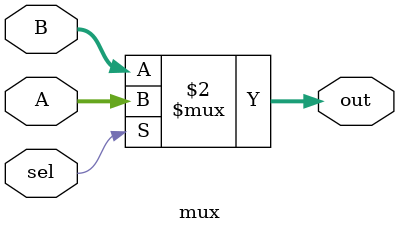
<source format=sv>
module mux(
    input sel,
    input [15:0] A,
    input [15:0] B,
    output reg [15:0] out
);


    always_comb begin
        out = sel ? A : B;
    end
endmodule
</source>
